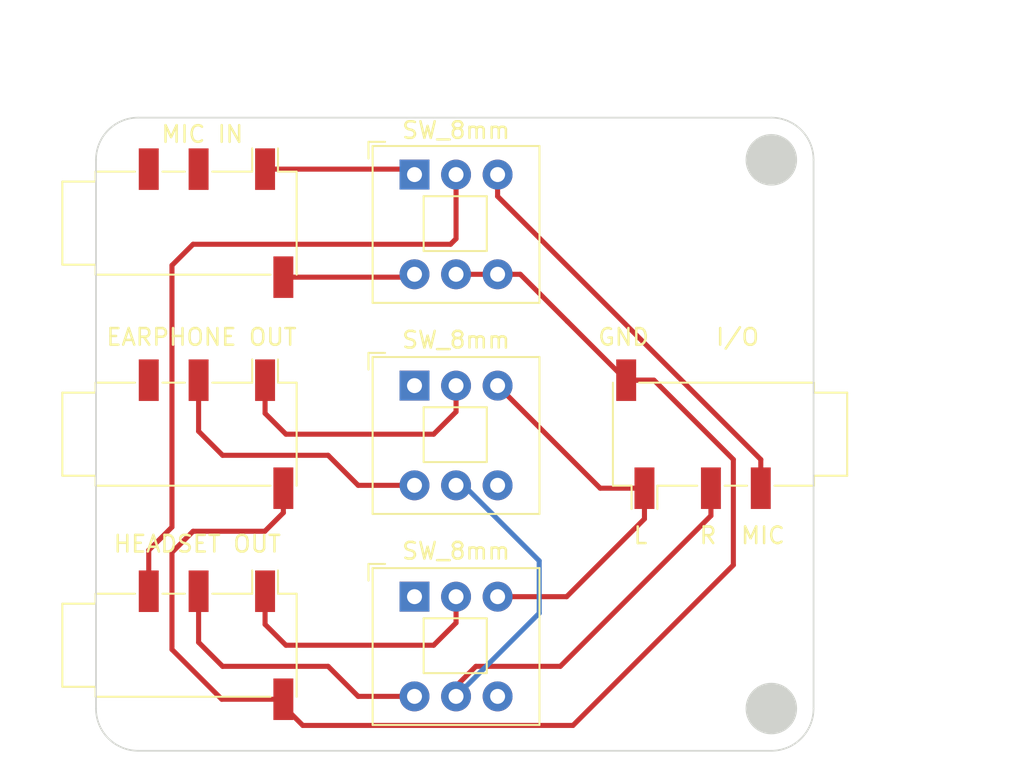
<source format=kicad_pcb>
(kicad_pcb (version 20211014) (generator pcbnew)
  (layers (0 "F.Cu" signal) (31 "B.Cu" signal) (34 "B.Paste" user) (35 "F.Paste" user) (36 "B.SilkS" user "B.Silkscreen") (37 "F.SilkS" user "F.Silkscreen") (38 "B.Mask" user) (39 "F.Mask" user) (44 "Edge.Cuts" user))
  (net 0 "")
  (footprint "Connector_Audio:Jack_3.5mm_PJ320D_Horizontal" (layer "F.Cu") (at 142.24 99.06)
    (fp_text reference "EARPHONE OUT" (at 0 -5.842) (layer "F.SilkS"))
    (fp_text value "Jack_3.5mm_PJ320D_Horizontal")
    (fp_line (start 5.725 3.1) (end 5.725 -3.1) (layer "F.SilkS") (width 0.12))
    (fp_line (start -6.375 -3.1) (end -4 -3.1) (layer "F.SilkS") (width 0.12))
    (fp_line (start -6.375 -2.5) (end -8.375 -2.5) (layer "F.SilkS") (width 0.12))
    (fp_line (start 4.6 -3.1) (end 5.725 -3.1) (layer "F.SilkS") (width 0.12))
    (fp_line (start 3.05 -3.1) (end 3.05 -4.5) (layer "F.SilkS") (width 0.12))
    (fp_line (start 0.65 -3.1) (end 3.05 -3.1) (layer "F.SilkS") (width 0.12))
    (fp_line (start 4.6 -3.1) (end 4.6 -4.5) (layer "F.SilkS") (width 0.12))
    (fp_line (start -2.35 -3.1) (end -1 -3.1) (layer "F.SilkS") (width 0.12))
    (fp_line (start 4.15 3.1) (end -6.375 3.1) (layer "F.SilkS") (width 0.12))
    (fp_line (start -8.375 -2.5) (end -8.375 2.5) (layer "F.SilkS") (width 0.12))
    (fp_line (start -6.375 2.5) (end -8.375 2.5) (layer "F.SilkS") (width 0.12))
    (fp_line (start -6.375 2.5) (end -6.375 3.1) (layer "F.SilkS") (width 0.12))
    (fp_line (start -6.375 -3.1) (end -6.375 -2.5) (layer "F.SilkS") (width 0.12))
    (pad "" np_thru_hole circle (at -4.775 0) (size 1.5 1.5) (drill 1.5) (layers *.Cu *.Mask))
    (pad "" np_thru_hole circle (at 2.225 0) (size 1.5 1.5) (drill 1.5) (layers *.Cu *.Mask))
    (pad "R1" smd rect (at -0.175 -3.25) (size 1.2 2.5) (layers "F.Cu" "F.Paste" "F.Mask"))
    (pad "R2" smd rect (at -3.175 -3.25) (size 1.2 2.5) (layers "F.Cu" "F.Paste" "F.Mask"))
    (pad "S" smd rect (at 4.925 3.25) (size 1.2 2.5) (layers "F.Cu" "F.Paste" "F.Mask"))
    (pad "T" smd rect (at 3.825 -3.25) (size 1.2 2.5) (layers "F.Cu" "F.Paste" "F.Mask"))
  )
  (footprint "Connector_Audio:Jack_3.5mm_PJ320D_Horizontal" (layer "F.Cu") (at 142.24 86.36)
    (fp_text reference "MIC IN" (at 0.05 -5.35) (layer "F.SilkS"))
    (fp_text value "Jack_3.5mm_PJ320D_Horizontal")
    (fp_line (start -6.375 -2.5) (end -8.375 -2.5) (layer "F.SilkS") (width 0.12))
    (fp_line (start -8.375 -2.5) (end -8.375 2.5) (layer "F.SilkS") (width 0.12))
    (fp_line (start -6.375 2.5) (end -8.375 2.5) (layer "F.SilkS") (width 0.12))
    (fp_line (start 0.65 -3.1) (end 3.05 -3.1) (layer "F.SilkS") (width 0.12))
    (fp_line (start 4.15 3.1) (end -6.375 3.1) (layer "F.SilkS") (width 0.12))
    (fp_line (start -6.375 -3.1) (end -4 -3.1) (layer "F.SilkS") (width 0.12))
    (fp_line (start 4.6 -3.1) (end 5.725 -3.1) (layer "F.SilkS") (width 0.12))
    (fp_line (start 5.725 3.1) (end 5.725 -3.1) (layer "F.SilkS") (width 0.12))
    (fp_line (start -6.375 -3.1) (end -6.375 -2.5) (layer "F.SilkS") (width 0.12))
    (fp_line (start -2.35 -3.1) (end -1 -3.1) (layer "F.SilkS") (width 0.12))
    (fp_line (start 4.6 -3.1) (end 4.6 -4.5) (layer "F.SilkS") (width 0.12))
    (fp_line (start 3.05 -3.1) (end 3.05 -4.5) (layer "F.SilkS") (width 0.12))
    (fp_line (start -6.375 2.5) (end -6.375 3.1) (layer "F.SilkS") (width 0.12))
    (pad "" np_thru_hole circle (at 2.225 0) (size 1.5 1.5) (drill 1.5) (layers *.Cu *.Mask))
    (pad "" np_thru_hole circle (at -4.775 0) (size 1.5 1.5) (drill 1.5) (layers *.Cu *.Mask))
    (pad "R1" smd rect (at -0.175 -3.25) (size 1.2 2.5) (layers "F.Cu" "F.Paste" "F.Mask"))
    (pad "R2" smd rect (at -3.175 -3.25) (size 1.2 2.5) (layers "F.Cu" "F.Paste" "F.Mask"))
    (pad "S" smd rect (at 4.925 3.25) (size 1.2 2.5) (layers "F.Cu" "F.Paste" "F.Mask"))
    (pad "T" smd rect (at 3.825 -3.25) (size 1.2 2.5) (layers "F.Cu" "F.Paste" "F.Mask"))
  )
  (footprint "Button_Switch_THT:SW_Push_2P2T_Toggle_CK_PVA2OAH5xxxxxxV2" (layer "F.Cu") (at 155.0575 83.4375)
    (fp_text reference "SW_8mm" (at 2.5 -2.6655) (layer "F.SilkS"))
    (fp_text value "SW_Push_2P2T_Toggle_CK_PVA2OAH5xxxxxxV2")
    (fp_line (start 7.52 7.72) (end -2.52 7.72) (layer "F.SilkS") (width 0.12))
    (fp_line (start -1.77 -1.97) (end -2.77 -1.97) (layer "F.SilkS") (width 0.12))
    (fp_line (start 0.55 1.3) (end 0.55 4.6) (layer "F.SilkS") (width 0.12))
    (fp_line (start 7.52 -1.72) (end -2.52 -1.72) (layer "F.SilkS") (width 0.12))
    (fp_line (start 4.35 4.6) (end 0.55 4.6) (layer "F.SilkS") (width 0.12))
    (fp_line (start 4.35 1.3) (end 0.55 1.3) (layer "F.SilkS") (width 0.12))
    (fp_line (start 7.52 7.72) (end 7.52 -1.72) (layer "F.SilkS") (width 0.12))
    (fp_line (start -2.52 7.72) (end -2.52 -1.72) (layer "F.SilkS") (width 0.12))
    (fp_line (start -2.77 -0.97) (end -2.77 -1.97) (layer "F.SilkS") (width 0.12))
    (fp_line (start 4.35 1.3) (end 4.35 4.6) (layer "F.SilkS") (width 0.12))
    (pad "1" thru_hole rect (at 0 0) (size 1.8 1.8) (drill 0.9) (layers *.Cu *.Mask))
    (pad "2" thru_hole circle (at 2.5 0) (size 1.8 1.8) (drill 0.9) (layers *.Cu *.Mask))
    (pad "3" thru_hole circle (at 5 0) (size 1.8 1.8) (drill 0.9) (layers *.Cu *.Mask))
    (pad "4" thru_hole circle (at 0 6) (size 1.8 1.8) (drill 0.9) (layers *.Cu *.Mask))
    (pad "5" thru_hole circle (at 2.5 6) (size 1.8 1.8) (drill 0.9) (layers *.Cu *.Mask))
    (pad "6" thru_hole circle (at 5 6) (size 1.8 1.8) (drill 0.9) (layers *.Cu *.Mask))
  )
  (footprint "Button_Switch_THT:SW_Push_2P2T_Toggle_CK_PVA2OAH5xxxxxxV2" (layer "F.Cu") (at 155.0575 96.1375)
    (fp_text reference "SW_8mm" (at 2.5 -2.75) (layer "F.SilkS"))
    (fp_text value "SW_Push_2P2T_Toggle_CK_PVA2OAH5xxxxxxV2")
    (fp_line (start 4.35 1.3) (end 4.35 4.6) (layer "F.SilkS") (width 0.12))
    (fp_line (start 7.52 -1.72) (end -2.52 -1.72) (layer "F.SilkS") (width 0.12))
    (fp_line (start -2.52 7.72) (end -2.52 -1.72) (layer "F.SilkS") (width 0.12))
    (fp_line (start 7.52 7.72) (end -2.52 7.72) (layer "F.SilkS") (width 0.12))
    (fp_line (start -1.77 -1.97) (end -2.77 -1.97) (layer "F.SilkS") (width 0.12))
    (fp_line (start 0.55 1.3) (end 0.55 4.6) (layer "F.SilkS") (width 0.12))
    (fp_line (start -2.77 -0.97) (end -2.77 -1.97) (layer "F.SilkS") (width 0.12))
    (fp_line (start 4.35 1.3) (end 0.55 1.3) (layer "F.SilkS") (width 0.12))
    (fp_line (start 7.52 7.72) (end 7.52 -1.72) (layer "F.SilkS") (width 0.12))
    (fp_line (start 4.35 4.6) (end 0.55 4.6) (layer "F.SilkS") (width 0.12))
    (pad "1" thru_hole rect (at 0 0) (size 1.8 1.8) (drill 0.9) (layers *.Cu *.Mask))
    (pad "2" thru_hole circle (at 2.5 0) (size 1.8 1.8) (drill 0.9) (layers *.Cu *.Mask))
    (pad "3" thru_hole circle (at 5 0) (size 1.8 1.8) (drill 0.9) (layers *.Cu *.Mask))
    (pad "4" thru_hole circle (at 0 6) (size 1.8 1.8) (drill 0.9) (layers *.Cu *.Mask))
    (pad "5" thru_hole circle (at 2.5 6) (size 1.8 1.8) (drill 0.9) (layers *.Cu *.Mask))
    (pad "6" thru_hole circle (at 5 6) (size 1.8 1.8) (drill 0.9) (layers *.Cu *.Mask))
  )
  (footprint "Button_Switch_THT:SW_Push_2P2T_Toggle_CK_PVA2OAH5xxxxxxV2" (layer "F.Cu") (at 155.0575 108.8375)
    (fp_text reference "SW_8mm" (at 2.5 -2.75) (layer "F.SilkS"))
    (fp_text value "SW_Push_2P2T_Toggle_CK_PVA2OAH5xxxxxxV2")
    (fp_line (start 7.52 -1.72) (end -2.52 -1.72) (layer "F.SilkS") (width 0.12))
    (fp_line (start -2.77 -0.97) (end -2.77 -1.97) (layer "F.SilkS") (width 0.12))
    (fp_line (start 7.52 7.72) (end 7.52 -1.72) (layer "F.SilkS") (width 0.12))
    (fp_line (start 0.55 1.3) (end 0.55 4.6) (layer "F.SilkS") (width 0.12))
    (fp_line (start 4.35 4.6) (end 0.55 4.6) (layer "F.SilkS") (width 0.12))
    (fp_line (start 4.35 1.3) (end 0.55 1.3) (layer "F.SilkS") (width 0.12))
    (fp_line (start 7.52 7.72) (end -2.52 7.72) (layer "F.SilkS") (width 0.12))
    (fp_line (start 4.35 1.3) (end 4.35 4.6) (layer "F.SilkS") (width 0.12))
    (fp_line (start -1.77 -1.97) (end -2.77 -1.97) (layer "F.SilkS") (width 0.12))
    (fp_line (start -2.52 7.72) (end -2.52 -1.72) (layer "F.SilkS") (width 0.12))
    (pad "1" thru_hole rect (at 0 0) (size 1.8 1.8) (drill 0.9) (layers *.Cu *.Mask))
    (pad "2" thru_hole circle (at 2.5 0) (size 1.8 1.8) (drill 0.9) (layers *.Cu *.Mask))
    (pad "3" thru_hole circle (at 5 0) (size 1.8 1.8) (drill 0.9) (layers *.Cu *.Mask))
    (pad "4" thru_hole circle (at 0 6) (size 1.8 1.8) (drill 0.9) (layers *.Cu *.Mask))
    (pad "5" thru_hole circle (at 2.5 6) (size 1.8 1.8) (drill 0.9) (layers *.Cu *.Mask))
    (pad "6" thru_hole circle (at 5 6) (size 1.8 1.8) (drill 0.9) (layers *.Cu *.Mask))
  )
  (footprint "Connector_Audio:Jack_3.5mm_PJ320D_Horizontal" (layer "F.Cu") (at 142.24 111.76)
    (fp_text reference "HEADSET OUT" (at -0.254 -6.096) (layer "F.SilkS"))
    (fp_text value "Jack_3.5mm_PJ320D_Horizontal")
    (fp_line (start -6.375 2.5) (end -6.375 3.1) (layer "F.SilkS") (width 0.12))
    (fp_line (start 4.15 3.1) (end -6.375 3.1) (layer "F.SilkS") (width 0.12))
    (fp_line (start 3.05 -3.1) (end 3.05 -4.5) (layer "F.SilkS") (width 0.12))
    (fp_line (start 4.6 -3.1) (end 5.725 -3.1) (layer "F.SilkS") (width 0.12))
    (fp_line (start -8.375 -2.5) (end -8.375 2.5) (layer "F.SilkS") (width 0.12))
    (fp_line (start 4.6 -3.1) (end 4.6 -4.5) (layer "F.SilkS") (width 0.12))
    (fp_line (start -2.35 -3.1) (end -1 -3.1) (layer "F.SilkS") (width 0.12))
    (fp_line (start -6.375 -3.1) (end -4 -3.1) (layer "F.SilkS") (width 0.12))
    (fp_line (start -6.375 -3.1) (end -6.375 -2.5) (layer "F.SilkS") (width 0.12))
    (fp_line (start -6.375 -2.5) (end -8.375 -2.5) (layer "F.SilkS") (width 0.12))
    (fp_line (start -6.375 2.5) (end -8.375 2.5) (layer "F.SilkS") (width 0.12))
    (fp_line (start 0.65 -3.1) (end 3.05 -3.1) (layer "F.SilkS") (width 0.12))
    (fp_line (start 5.725 3.1) (end 5.725 -3.1) (layer "F.SilkS") (width 0.12))
    (pad "" np_thru_hole circle (at -4.775 0) (size 1.5 1.5) (drill 1.5) (layers *.Cu *.Mask))
    (pad "" np_thru_hole circle (at 2.225 0) (size 1.5 1.5) (drill 1.5) (layers *.Cu *.Mask))
    (pad "R1" smd rect (at -0.175 -3.25) (size 1.2 2.5) (layers "F.Cu" "F.Paste" "F.Mask"))
    (pad "R2" smd rect (at -3.175 -3.25) (size 1.2 2.5) (layers "F.Cu" "F.Paste" "F.Mask"))
    (pad "S" smd rect (at 4.925 3.25) (size 1.2 2.5) (layers "F.Cu" "F.Paste" "F.Mask"))
    (pad "T" smd rect (at 3.825 -3.25) (size 1.2 2.5) (layers "F.Cu" "F.Paste" "F.Mask"))
  )
  (footprint "Connector_Audio:Jack_3.5mm_PJ320D_Horizontal" (layer "F.Cu") (at 172.72 99.06 180)
    (fp_text reference "I/O" (at -1.778 5.842) (layer "F.SilkS"))
    (fp_text value "Jack_3.5mm_PJ320D_Horizontal")
    (fp_line (start 5.725 3.1) (end 5.725 -3.1) (layer "F.SilkS") (width 0.12))
    (fp_line (start 4.6 -3.1) (end 5.725 -3.1) (layer "F.SilkS") (width 0.12))
    (fp_line (start -6.375 -2.5) (end -8.375 -2.5) (layer "F.SilkS") (width 0.12))
    (fp_line (start 0.65 -3.1) (end 3.05 -3.1) (layer "F.SilkS") (width 0.12))
    (fp_line (start -8.375 -2.5) (end -8.375 2.5) (layer "F.SilkS") (width 0.12))
    (fp_line (start -6.375 -3.1) (end -6.375 -2.5) (layer "F.SilkS") (width 0.12))
    (fp_line (start 3.05 -3.1) (end 3.05 -4.5) (layer "F.SilkS") (width 0.12))
    (fp_line (start -6.375 2.5) (end -6.375 3.1) (layer "F.SilkS") (width 0.12))
    (fp_line (start -2.35 -3.1) (end -1 -3.1) (layer "F.SilkS") (width 0.12))
    (fp_line (start 4.15 3.1) (end -6.375 3.1) (layer "F.SilkS") (width 0.12))
    (fp_line (start -6.375 -3.1) (end -4 -3.1) (layer "F.SilkS") (width 0.12))
    (fp_line (start 4.6 -3.1) (end 4.6 -4.5) (layer "F.SilkS") (width 0.12))
    (fp_line (start -6.375 2.5) (end -8.375 2.5) (layer "F.SilkS") (width 0.12))
    (pad "" np_thru_hole circle (at -4.775 0 180) (size 1.5 1.5) (drill 1.5) (layers *.Cu *.Mask))
    (pad "" np_thru_hole circle (at 2.225 0 180) (size 1.5 1.5) (drill 1.5) (layers *.Cu *.Mask))
    (pad "R1" smd rect (at -0.175 -3.25 180) (size 1.2 2.5) (layers "F.Cu" "F.Paste" "F.Mask"))
    (pad "R2" smd rect (at -3.175 -3.25 180) (size 1.2 2.5) (layers "F.Cu" "F.Paste" "F.Mask"))
    (pad "S" smd rect (at 4.925 3.25 180) (size 1.2 2.5) (layers "F.Cu" "F.Paste" "F.Mask"))
    (pad "T" smd rect (at 3.825 -3.25 180) (size 1.2 2.5) (layers "F.Cu" "F.Paste" "F.Mask"))
  )
  (gr_arc (start 138.43 118.11) (mid 136.633949 117.366051) (end 135.89 115.57) (layer "Edge.Cuts") (width 0.1))
  (gr_arc (start 176.53 80.01) (mid 178.326051 80.753949) (end 179.07 82.55) (layer "Edge.Cuts") (width 0.1))
  (gr_circle (center 176.53 82.55) (end 178.03 82.55) (layer "Edge.Cuts") (width 0.1) (fill solid))
  (gr_arc (start 179.07 115.57) (mid 178.326051 117.366051) (end 176.53 118.11) (layer "Edge.Cuts") (width 0.1))
  (gr_line (start 179.07 82.55) (end 179.07 115.57) (layer "Edge.Cuts") (width 0.1))
  (gr_circle (center 176.53 115.57) (end 178.03 115.57) (layer "Edge.Cuts") (width 0.1) (fill solid))
  (gr_line (start 138.43 118.11) (end 176.53 118.11) (layer "Edge.Cuts") (width 0.1))
  (gr_line (start 135.89 82.55) (end 135.89 115.57) (layer "Edge.Cuts") (width 0.1))
  (gr_line (start 176.53 80.01) (end 138.43 80.01) (layer "Edge.Cuts") (width 0.1))
  (gr_arc (start 135.89 82.55) (mid 136.633949 80.753949) (end 138.43 80.01) (layer "Edge.Cuts") (width 0.1))
  (gr_text "L" (at 168.656 105.156) (layer "F.SilkS") (effects (font (size 1 1))))
  (gr_text "GND" (at 167.64 93.218) (layer "F.SilkS") (effects (font (size 1 1))))
  (gr_text "R" (at 172.72 105.156) (layer "F.SilkS") (effects (font (size 1 1))))
  (gr_text "MIC" (at 176.022 105.156) (layer "F.SilkS") (effects (font (size 1 1))))
  (segment (start 147.32 99.06) (end 156.21 99.06) (width 0.3048) (layer "F.Cu") (net 0))
  (segment (start 160.0575 84.7465) (end 175.895 100.584) (width 0.3048) (layer "F.Cu") (net 0))
  (segment (start 147.165 103.787) (end 146.05 104.902) (width 0.3048) (layer "F.Cu") (net 0))
  (segment (start 142.065 95.81) (end 142.065 98.885) (width 0.3048) (layer "F.Cu") (net 0))
  (segment (start 157.5575 83.4375) (end 157.5575 87.2985) (width 0.3048) (layer "F.Cu") (net 0))
  (segment (start 168.895 102.31) (end 168.895 104.155) (width 0.3048) (layer "F.Cu") (net 0))
  (segment (start 164.592 116.586) (end 174.244 106.934) (width 0.3048) (layer "F.Cu") (net 0))
  (segment (start 158.75 113.03) (end 157.5575 114.2225) (width 0.3048) (layer "F.Cu") (net 0))
  (segment (start 149.86 100.33) (end 151.6675 102.1375) (width 0.3048) (layer "F.Cu") (net 0))
  (segment (start 148.336 116.586) (end 164.592 116.586) (width 0.3048) (layer "F.Cu") (net 0))
  (segment (start 146.05 104.902) (end 141.732 104.902) (width 0.3048) (layer "F.Cu") (net 0))
  (segment (start 147.165 115.01) (end 147.165 115.415) (width 0.3048) (layer "F.Cu") (net 0))
  (segment (start 139.065 106.045) (end 140.462 104.648) (width 0.3048) (layer "F.Cu") (net 0))
  (segment (start 154.73 83.11) (end 155.0575 83.4375) (width 0.3048) (layer "F.Cu") (net 0))
  (segment (start 141.732 87.63) (end 140.462 88.9) (width 0.3048) (layer "F.Cu") (net 0))
  (segment (start 156.21 99.06) (end 157.5575 97.7125) (width 0.3048) (layer "F.Cu") (net 0))
  (segment (start 151.6675 114.8375) (end 155.0575 114.8375) (width 0.3048) (layer "F.Cu") (net 0))
  (segment (start 142.065 98.885) (end 143.51 100.33) (width 0.3048) (layer "F.Cu") (net 0))
  (segment (start 146.065 97.805) (end 147.32 99.06) (width 0.3048) (layer "F.Cu") (net 0))
  (segment (start 140.462 106.172) (end 140.462 112.014) (width 0.3048) (layer "F.Cu") (net 0))
  (segment (start 174.244 106.934) (end 174.244 100.584) (width 0.3048) (layer "F.Cu") (net 0))
  (segment (start 163.83 113.03) (end 158.75 113.03) (width 0.3048) (layer "F.Cu") (net 0))
  (segment (start 160.0575 83.4375) (end 160.0575 84.7465) (width 0.3048) (layer "F.Cu") (net 0))
  (segment (start 139.065 108.51) (end 139.065 106.045) (width 0.3048) (layer "F.Cu") (net 0))
  (segment (start 157.5575 110.4125) (end 157.5575 108.8375) (width 0.3048) (layer "F.Cu") (net 0))
  (segment (start 160.0575 96.1375) (end 166.23 102.31) (width 0.3048) (layer "F.Cu") (net 0))
  (segment (start 147.165 115.415) (end 148.336 116.586) (width 0.3048) (layer "F.Cu") (net 0))
  (segment (start 146.065 83.11) (end 154.73 83.11) (width 0.3048) (layer "F.Cu") (net 0))
  (segment (start 157.226 87.63) (end 141.732 87.63) (width 0.3048) (layer "F.Cu") (net 0))
  (segment (start 169.366 95.81) (end 167.795 95.81) (width 0.3048) (layer "F.Cu") (net 0))
  (segment (start 157.5575 87.2985) (end 157.226 87.63) (width 0.3048) (layer "F.Cu") (net 0))
  (segment (start 143.51 100.33) (end 149.86 100.33) (width 0.3048) (layer "F.Cu") (net 0))
  (segment (start 161.4225 89.4375) (end 164.2625 92.2775) (width 0.3048) (layer "F.Cu") (net 0))
  (segment (start 172.895 102.31) (end 172.895 103.965) (width 0.3048) (layer "F.Cu") (net 0))
  (segment (start 157.5575 114.2225) (end 157.5575 114.8375) (width 0.3048) (layer "F.Cu") (net 0))
  (segment (start 168.895 104.155) (end 164.2125 108.8375) (width 0.3048) (layer "F.Cu") (net 0))
  (segment (start 174.244 100.584) (end 169.47 95.81) (width 0.3048) (layer "F.Cu") (net 0))
  (segment (start 160.0575 89.4375) (end 161.4225 89.4375) (width 0.3048) (layer "F.Cu") (net 0))
  (segment (start 140.462 112.014) (end 143.458 115.01) (width 0.3048) (layer "F.Cu") (net 0))
  (segment (start 146.065 95.81) (end 146.065 97.805) (width 0.3048) (layer "F.Cu") (net 0))
  (segment (start 154.885 89.61) (end 155.0575 89.4375) (width 0.3048) (layer "F.Cu") (net 0))
  (segment (start 147.32 111.76) (end 156.21 111.76) (width 0.3048) (layer "F.Cu") (net 0))
  (segment (start 151.6675 102.1375) (end 155.0575 102.1375) (width 0.3048) (layer "F.Cu") (net 0))
  (segment (start 142.065 111.585) (end 143.51 113.03) (width 0.3048) (layer "F.Cu") (net 0))
  (segment (start 156.21 111.76) (end 157.5575 110.4125) (width 0.3048) (layer "F.Cu") (net 0))
  (segment (start 142.065 108.51) (end 142.065 111.585) (width 0.3048) (layer "F.Cu") (net 0))
  (segment (start 141.732 104.902) (end 140.462 106.172) (width 0.3048) (layer "F.Cu") (net 0))
  (segment (start 146.065 110.505) (end 147.32 111.76) (width 0.3048) (layer "F.Cu") (net 0))
  (segment (start 140.462 88.9) (end 140.462 104.648) (width 0.3048) (layer "F.Cu") (net 0))
  (segment (start 157.5575 89.4375) (end 160.0575 89.4375) (width 0.3048) (layer "F.Cu") (net 0))
  (segment (start 169.47 95.81) (end 167.795 95.81) (width 0.3048) (layer "F.Cu") (net 0))
  (segment (start 143.51 113.03) (end 149.86 113.03) (width 0.3048) (layer "F.Cu") (net 0))
  (segment (start 164.2125 108.8375) (end 160.0575 108.8375) (width 0.3048) (layer "F.Cu") (net 0))
  (segment (start 143.458 115.01) (end 147.165 115.01) (width 0.3048) (layer "F.Cu") (net 0))
  (segment (start 149.86 113.03) (end 151.6675 114.8375) (width 0.3048) (layer "F.Cu") (net 0))
  (segment (start 164.2625 92.2775) (end 167.795 95.81) (width 0.3048) (layer "F.Cu") (net 0))
  (segment (start 147.165 89.61) (end 154.885 89.61) (width 0.3048) (layer "F.Cu") (net 0))
  (segment (start 146.065 108.51) (end 146.065 110.505) (width 0.3048) (layer "F.Cu") (net 0))
  (segment (start 147.165 102.31) (end 147.165 103.787) (width 0.3048) (layer "F.Cu") (net 0))
  (segment (start 166.23 102.31) (end 168.895 102.31) (width 0.3048) (layer "F.Cu") (net 0))
  (segment (start 172.895 103.965) (end 163.83 113.03) (width 0.3048) (layer "F.Cu") (net 0))
  (segment (start 157.5575 97.7125) (end 157.5575 96.1375) (width 0.3048) (layer "F.Cu") (net 0))
  (segment (start 175.895 100.584) (end 175.895 102.31) (width 0.3048) (layer "F.Cu") (net 0))
  (segment (start 162.56 109.835) (end 162.56 106.68) (width 0.3048) (layer "B.Cu") (net 0))
  (segment (start 162.56 106.68) (end 158.0175 102.1375) (width 0.3048) (layer "B.Cu") (net 0))
  (segment (start 158.0175 102.1375) (end 157.5575 102.1375) (width 0.3048) (layer "B.Cu") (net 0))
  (segment (start 157.5575 114.8375) (end 162.56 109.835) (width 0.3048) (layer "B.Cu") (net 0))
)
</source>
